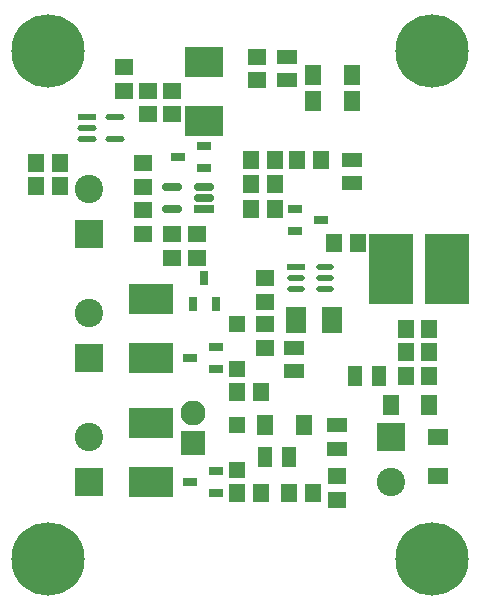
<source format=gts>
G04*
G04 #@! TF.GenerationSoftware,Altium Limited,Altium Designer,25.0.2 (28)*
G04*
G04 Layer_Color=8388736*
%FSLAX24Y24*%
%MOIN*%
G70*
G04*
G04 #@! TF.SameCoordinates,1A86E40C-C96F-40CC-892B-A9B6597BB8DF*
G04*
G04*
G04 #@! TF.FilePolarity,Negative*
G04*
G01*
G75*
%ADD24R,0.0606X0.0197*%
G04:AMPARAMS|DCode=25|XSize=60.6mil|YSize=19.7mil|CornerRadius=9.8mil|HoleSize=0mil|Usage=FLASHONLY|Rotation=0.000|XOffset=0mil|YOffset=0mil|HoleType=Round|Shape=RoundedRectangle|*
%AMROUNDEDRECTD25*
21,1,0.0606,0.0000,0,0,0.0*
21,1,0.0409,0.0197,0,0,0.0*
1,1,0.0197,0.0205,0.0000*
1,1,0.0197,-0.0205,0.0000*
1,1,0.0197,-0.0205,0.0000*
1,1,0.0197,0.0205,0.0000*
%
%ADD25ROUNDEDRECTD25*%
G04:AMPARAMS|DCode=26|XSize=64.5mil|YSize=19.7mil|CornerRadius=9.8mil|HoleSize=0mil|Usage=FLASHONLY|Rotation=0.000|XOffset=0mil|YOffset=0mil|HoleType=Round|Shape=RoundedRectangle|*
%AMROUNDEDRECTD26*
21,1,0.0645,0.0000,0,0,0.0*
21,1,0.0448,0.0197,0,0,0.0*
1,1,0.0197,0.0224,0.0000*
1,1,0.0197,-0.0224,0.0000*
1,1,0.0197,-0.0224,0.0000*
1,1,0.0197,0.0224,0.0000*
%
%ADD26ROUNDEDRECTD26*%
%ADD27R,0.0645X0.0197*%
G04:AMPARAMS|DCode=43|XSize=68.6mil|YSize=27.7mil|CornerRadius=13.8mil|HoleSize=0mil|Usage=FLASHONLY|Rotation=180.000|XOffset=0mil|YOffset=0mil|HoleType=Round|Shape=RoundedRectangle|*
%AMROUNDEDRECTD43*
21,1,0.0686,0.0000,0,0,180.0*
21,1,0.0409,0.0277,0,0,180.0*
1,1,0.0277,-0.0205,0.0000*
1,1,0.0277,0.0205,0.0000*
1,1,0.0277,0.0205,0.0000*
1,1,0.0277,-0.0205,0.0000*
%
%ADD43ROUNDEDRECTD43*%
%ADD44R,0.0686X0.0277*%
%ADD45R,0.0513X0.0316*%
%ADD46R,0.0552X0.0671*%
%ADD47R,0.0671X0.0552*%
%ADD48R,0.0671X0.0474*%
%ADD49R,0.0474X0.0671*%
%ADD50R,0.0631X0.0552*%
%ADD51R,0.0552X0.0631*%
%ADD52R,0.0710X0.0867*%
%ADD53R,0.0552X0.0631*%
%ADD54R,0.0631X0.0552*%
%ADD55R,0.1458X0.2324*%
%ADD56R,0.0560X0.0552*%
%ADD57R,0.0316X0.0513*%
%ADD58R,0.1457X0.0984*%
%ADD59R,0.1260X0.0984*%
%ADD60C,0.0946*%
%ADD61R,0.0946X0.0946*%
%ADD62R,0.0828X0.0828*%
%ADD63C,0.0828*%
%ADD64C,0.2442*%
D24*
X9646Y11106D02*
D03*
D25*
Y10732D02*
D03*
Y10358D02*
D03*
X10603D02*
D03*
Y10732D02*
D03*
Y11106D02*
D03*
D26*
X3609Y16122D02*
D03*
Y15374D02*
D03*
X2690D02*
D03*
Y15748D02*
D03*
D27*
Y16122D02*
D03*
D43*
X5512Y13032D02*
D03*
Y13780D02*
D03*
X6567D02*
D03*
Y13406D02*
D03*
D44*
Y13032D02*
D03*
D45*
X6575Y14409D02*
D03*
Y15149D02*
D03*
X5715Y14779D02*
D03*
X6962Y3567D02*
D03*
Y4307D02*
D03*
X6102Y3937D02*
D03*
X9606Y13032D02*
D03*
Y12292D02*
D03*
X10466Y12661D02*
D03*
X6962Y7701D02*
D03*
Y8441D02*
D03*
X6102Y8071D02*
D03*
D46*
X8622Y5831D02*
D03*
X9909D02*
D03*
X14083Y6496D02*
D03*
X12795D02*
D03*
X11510Y17520D02*
D03*
X10222D02*
D03*
X11510Y16654D02*
D03*
X10222D02*
D03*
D47*
X14370Y4146D02*
D03*
Y5433D02*
D03*
D48*
X9567Y8413D02*
D03*
Y7626D02*
D03*
X9331Y18110D02*
D03*
Y17323D02*
D03*
X11024Y5831D02*
D03*
Y5043D02*
D03*
X11496Y13898D02*
D03*
Y14685D02*
D03*
D49*
X12402Y7480D02*
D03*
X11614D02*
D03*
X8622Y4764D02*
D03*
X9409D02*
D03*
D50*
X5512Y12205D02*
D03*
Y11417D02*
D03*
Y16988D02*
D03*
Y16200D02*
D03*
X4724Y16988D02*
D03*
Y16200D02*
D03*
D51*
X984Y14567D02*
D03*
X1772D02*
D03*
X984Y13819D02*
D03*
X1772D02*
D03*
X13295Y8268D02*
D03*
X14083D02*
D03*
X13295Y9055D02*
D03*
X14083D02*
D03*
X11693Y11894D02*
D03*
X10906D02*
D03*
D52*
X10827Y9354D02*
D03*
X9646D02*
D03*
D53*
X8465Y3567D02*
D03*
X7677D02*
D03*
X10197D02*
D03*
X9409D02*
D03*
X8150Y14685D02*
D03*
X8937D02*
D03*
X8937Y13858D02*
D03*
X8150D02*
D03*
X10472Y14685D02*
D03*
X9685D02*
D03*
X8150Y13032D02*
D03*
X8937D02*
D03*
X8465Y6937D02*
D03*
X7677D02*
D03*
X13295Y7480D02*
D03*
X14083D02*
D03*
D54*
X11024Y3346D02*
D03*
Y4134D02*
D03*
X4528Y14567D02*
D03*
Y13780D02*
D03*
Y12992D02*
D03*
Y12205D02*
D03*
X6339Y11417D02*
D03*
Y12205D02*
D03*
X8346Y18110D02*
D03*
Y17323D02*
D03*
X3898Y17756D02*
D03*
Y16968D02*
D03*
X8622Y8413D02*
D03*
Y9201D02*
D03*
Y10732D02*
D03*
Y9945D02*
D03*
D55*
X14665Y11048D02*
D03*
X12815D02*
D03*
D56*
X7677Y4331D02*
D03*
Y5831D02*
D03*
Y7701D02*
D03*
Y9201D02*
D03*
D57*
X6220Y9872D02*
D03*
X6960D02*
D03*
X6590Y10732D02*
D03*
D58*
X4823Y8071D02*
D03*
Y10039D02*
D03*
Y3937D02*
D03*
Y5906D02*
D03*
D59*
X6575Y17953D02*
D03*
Y15984D02*
D03*
D60*
X2756Y9571D02*
D03*
Y13705D02*
D03*
Y5437D02*
D03*
X12795Y3937D02*
D03*
D61*
X2756Y8071D02*
D03*
Y12205D02*
D03*
Y3937D02*
D03*
X12795Y5437D02*
D03*
D62*
X6220Y5240D02*
D03*
D63*
Y6240D02*
D03*
D64*
X1378Y18307D02*
D03*
Y1378D02*
D03*
X14173D02*
D03*
Y18307D02*
D03*
M02*

</source>
